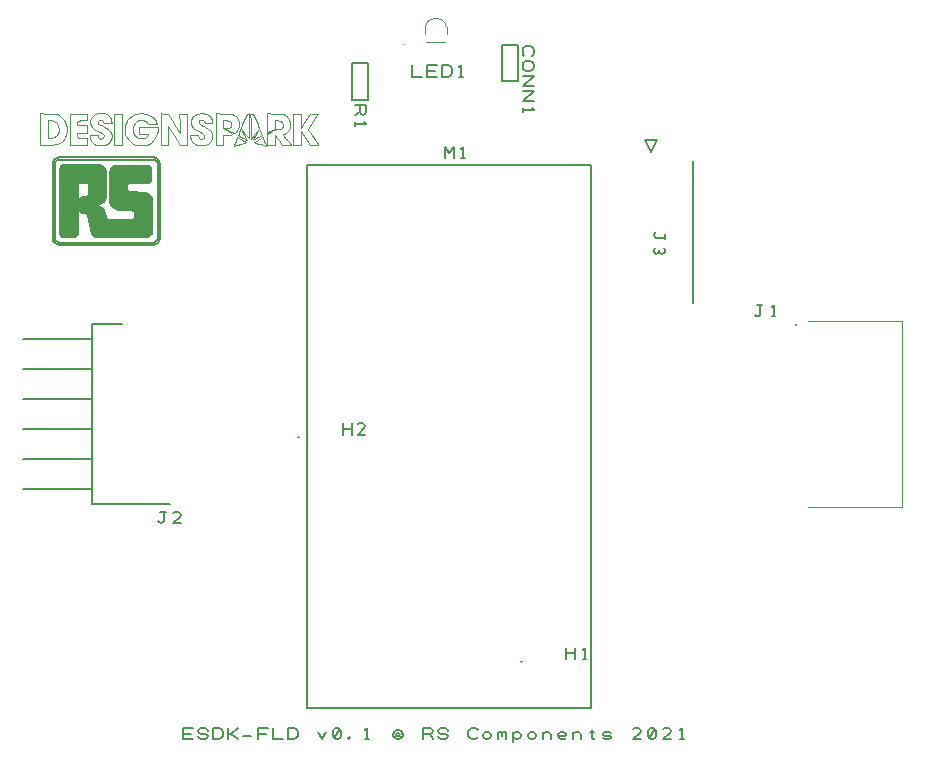
<source format=gbr>
G04 DesignSpark PCB PRO Gerber Version 10.0 Build 5299*
G04 #@! TF.Part,Single*
G04 #@! TF.FileFunction,Legend,Top*
G04 #@! TF.FilePolarity,Positive*
%FSLAX35Y35*%
%MOIN*%
%ADD71C,0.00300*%
%ADD18C,0.00394*%
%ADD17C,0.00500*%
%ADD19C,0.00787*%
%ADD70C,0.00800*%
G04 #@! TD.AperFunction*
X0Y0D02*
D02*
D17*
X16948Y198152D02*
Y219841D01*
X17023Y220384D01*
X17252Y220777D01*
X17643Y221015D01*
X18204Y221096D01*
X29891D01*
X30836Y220913D01*
X31539Y220424D01*
X31976Y219722D01*
X32127Y218900D01*
Y210310D01*
X31975Y209493D01*
X31558Y208834D01*
X30935Y208374D01*
X30166Y208153D01*
X29499Y208006D01*
X29350Y207844D01*
X29303Y207565D01*
X29345Y207346D01*
X29494Y207202D01*
X30244Y207015D01*
X30638Y206918D01*
X30980Y206707D01*
X31421Y206074D01*
X32283Y203760D01*
X32622Y203147D01*
X32984Y202939D01*
X33578Y202858D01*
X40637D01*
X41210Y202937D01*
X41628Y203162D01*
X41884Y203520D01*
X41971Y203996D01*
Y204858D01*
X41907Y205302D01*
X41696Y205667D01*
X41309Y205923D01*
X40716Y206035D01*
X36441Y206231D01*
X35338Y206516D01*
X34441Y207099D01*
X33838Y207924D01*
X33617Y208937D01*
Y218507D01*
X33780Y219559D01*
X34240Y220306D01*
X34957Y220752D01*
X35892Y220900D01*
X45932D01*
X46531Y220820D01*
X46932Y220586D01*
X47157Y220205D01*
X47227Y219684D01*
Y216468D01*
X47150Y215902D01*
X46908Y215497D01*
X46482Y215254D01*
X45854Y215173D01*
X40402D01*
X39871Y215085D01*
X39505Y214850D01*
X39294Y214511D01*
X39226Y214115D01*
Y213016D01*
X39320Y212614D01*
X39598Y212300D01*
X40053Y212090D01*
X40677Y211996D01*
X45187Y211722D01*
X46146Y211454D01*
X46918Y210844D01*
X47432Y210007D01*
X47619Y209055D01*
Y199211D01*
X47563Y198705D01*
X47406Y198274D01*
X46859Y197627D01*
X46113Y197253D01*
X45305Y197132D01*
X29146D01*
X28587Y197171D01*
X28141Y197328D01*
X27806Y197661D01*
X27577Y198230D01*
X26165Y203996D01*
X26009Y204465D01*
X25768Y204809D01*
X25343Y205021D01*
X24636Y205094D01*
X24148Y205161D01*
X23763Y205368D01*
X23511Y205722D01*
X23420Y206231D01*
Y209251D01*
X23495Y209760D01*
X23729Y210114D01*
X24131Y210321D01*
X24714Y210389D01*
X25498D01*
X25978Y210497D01*
X26307Y210785D01*
X26497Y211199D01*
X26557Y211683D01*
Y214154D01*
X26472Y214623D01*
X26229Y214967D01*
X25846Y215180D01*
X25342Y215252D01*
X22675D01*
Y198269D01*
X22556Y197728D01*
X22253Y197377D01*
X21847Y197189D01*
X21420Y197132D01*
X18164D01*
X17627Y197203D01*
X17248Y197407D01*
X17022Y197728D01*
X16948Y198152D01*
G36*
X16948Y198152D02*
Y219841D01*
X17023Y220384D01*
X17252Y220777D01*
X17643Y221015D01*
X18204Y221096D01*
X29891D01*
X30836Y220913D01*
X31539Y220424D01*
X31976Y219722D01*
X32127Y218900D01*
Y210310D01*
X31975Y209493D01*
X31558Y208834D01*
X30935Y208374D01*
X30166Y208153D01*
X29499Y208006D01*
X29350Y207844D01*
X29303Y207565D01*
X29345Y207346D01*
X29494Y207202D01*
X30244Y207015D01*
X30638Y206918D01*
X30980Y206707D01*
X31421Y206074D01*
X32283Y203760D01*
X32622Y203147D01*
X32984Y202939D01*
X33578Y202858D01*
X40637D01*
X41210Y202937D01*
X41628Y203162D01*
X41884Y203520D01*
X41971Y203996D01*
Y204858D01*
X41907Y205302D01*
X41696Y205667D01*
X41309Y205923D01*
X40716Y206035D01*
X36441Y206231D01*
X35338Y206516D01*
X34441Y207099D01*
X33838Y207924D01*
X33617Y208937D01*
Y218507D01*
X33780Y219559D01*
X34240Y220306D01*
X34957Y220752D01*
X35892Y220900D01*
X45932D01*
X46531Y220820D01*
X46932Y220586D01*
X47157Y220205D01*
X47227Y219684D01*
Y216468D01*
X47150Y215902D01*
X46908Y215497D01*
X46482Y215254D01*
X45854Y215173D01*
X40402D01*
X39871Y215085D01*
X39505Y214850D01*
X39294Y214511D01*
X39226Y214115D01*
Y213016D01*
X39320Y212614D01*
X39598Y212300D01*
X40053Y212090D01*
X40677Y211996D01*
X45187Y211722D01*
X46146Y211454D01*
X46918Y210844D01*
X47432Y210007D01*
X47619Y209055D01*
Y199211D01*
X47563Y198705D01*
X47406Y198274D01*
X46859Y197627D01*
X46113Y197253D01*
X45305Y197132D01*
X29146D01*
X28587Y197171D01*
X28141Y197328D01*
X27806Y197661D01*
X27577Y198230D01*
X26165Y203996D01*
X26009Y204465D01*
X25768Y204809D01*
X25343Y205021D01*
X24636Y205094D01*
X24148Y205161D01*
X23763Y205368D01*
X23511Y205722D01*
X23420Y206231D01*
Y209251D01*
X23495Y209760D01*
X23729Y210114D01*
X24131Y210321D01*
X24714Y210389D01*
X25498D01*
X25978Y210497D01*
X26307Y210785D01*
X26497Y211199D01*
X26557Y211683D01*
Y214154D01*
X26472Y214623D01*
X26229Y214967D01*
X25846Y215180D01*
X25342Y215252D01*
X22675D01*
Y198269D01*
X22556Y197728D01*
X22253Y197377D01*
X21847Y197189D01*
X21420Y197132D01*
X18164D01*
X17627Y197203D01*
X17248Y197407D01*
X17022Y197728D01*
X16948Y198152D01*
G37*
X49606Y102350D02*
X49919Y102037D01*
X50544Y101725D01*
X51169Y102037D01*
X51481Y102350D01*
Y105475D01*
X52106D01*
X51481D02*
X50231D01*
X57106Y101725D02*
X54606D01*
X56794Y103913D01*
X57106Y104537D01*
X56794Y105163D01*
X56169Y105475D01*
X55231D01*
X54606Y105163D01*
X99213Y40157D02*
X193701D01*
Y221260D01*
X99213D01*
Y40157D01*
X111024Y131252D02*
Y135002D01*
Y133128D02*
X114149D01*
Y131252D02*
Y135002D01*
X118524Y131252D02*
X116024D01*
X118211Y133440D01*
X118524Y134065D01*
X118211Y134690D01*
X117586Y135002D01*
X116649D01*
X116024Y134690D01*
X115111Y240945D02*
X118861D01*
Y238757D01*
X118548Y238132D01*
X117923Y237820D01*
X117298Y238132D01*
X116986Y238757D01*
Y240945D01*
Y238757D02*
X115111Y237820D01*
Y235320D02*
Y234070D01*
Y234695D02*
X118861D01*
X118236Y235320D01*
X119579Y242669D02*
X114279D01*
Y254969D01*
X119579D01*
Y242669D01*
X134252Y254294D02*
Y250544D01*
X137377D01*
X139252D02*
Y254294D01*
X142377D01*
X141752Y252419D02*
X139252D01*
Y250544D02*
X142377D01*
X144252D02*
Y254294D01*
X146127D01*
X146752Y253981D01*
X147065Y253669D01*
X147377Y253044D01*
Y251794D01*
X147065Y251169D01*
X146752Y250856D01*
X146127Y250544D01*
X144252D01*
X149877D02*
X151127D01*
X150502D02*
Y254294D01*
X149877Y253669D01*
X57913Y29678D02*
Y33428D01*
X61039D01*
X60413Y31553D02*
X57913D01*
Y29678D02*
X61039D01*
X62913Y30615D02*
X63226Y29990D01*
X63851Y29678D01*
X65101D01*
X65726Y29990D01*
X66039Y30615D01*
X65726Y31240D01*
X65101Y31553D01*
X63851D01*
X63226Y31865D01*
X62913Y32490D01*
X63226Y33115D01*
X63851Y33428D01*
X65101D01*
X65726Y33115D01*
X66039Y32490D01*
X67913Y29678D02*
Y33428D01*
X69789D01*
X70413Y33115D01*
X70726Y32803D01*
X71039Y32178D01*
Y30928D01*
X70726Y30303D01*
X70413Y29990D01*
X69789Y29678D01*
X67913D01*
X72913D02*
Y33428D01*
Y31553D02*
X73851D01*
X76039Y33428D01*
X73851Y31553D02*
X76039Y29678D01*
X77913Y30928D02*
X80413D01*
X82913Y29678D02*
Y33428D01*
X86039D01*
X85413Y31553D02*
X82913D01*
X87913Y33428D02*
Y29678D01*
X91039D01*
X92913D02*
Y33428D01*
X94789D01*
X95413Y33115D01*
X95726Y32803D01*
X96039Y32178D01*
Y30928D01*
X95726Y30303D01*
X95413Y29990D01*
X94789Y29678D01*
X92913D01*
X102913Y32178D02*
X104163Y29678D01*
X105413Y32178D01*
X108226Y29990D02*
X108851Y29678D01*
X109476D01*
X110101Y29990D01*
X110413Y30615D01*
Y32490D01*
X110101Y33115D01*
X109476Y33428D01*
X108851D01*
X108226Y33115D01*
X107913Y32490D01*
Y30615D01*
X108226Y29990D01*
X110101Y33115D01*
X113226Y29678D02*
X113539Y29990D01*
X113226Y30303D01*
X112913Y29990D01*
X113226Y29678D01*
X118539D02*
X119789D01*
X119163D02*
Y33428D01*
X118539Y32803D01*
X127913Y30928D02*
Y31240D01*
X128226Y32178D01*
X128539Y32490D01*
X129163Y32803D01*
X129789D01*
X130413Y32490D01*
X130726Y32178D01*
X131039Y31240D01*
Y30928D01*
X130726Y30303D01*
X130413Y29990D01*
X129789Y29678D01*
X129163D01*
X128539Y29990D01*
X128226Y30303D01*
X127913Y30928D01*
X130101D02*
X129476Y30615D01*
X128851Y30928D01*
Y31553D01*
X129476Y31865D01*
X130101Y31553D01*
X137913Y29678D02*
Y33428D01*
X140101D01*
X140726Y33115D01*
X141039Y32490D01*
X140726Y31865D01*
X140101Y31553D01*
X137913D01*
X140101D02*
X141039Y29678D01*
X142913Y30615D02*
X143226Y29990D01*
X143851Y29678D01*
X145101D01*
X145726Y29990D01*
X146039Y30615D01*
X145726Y31240D01*
X145101Y31553D01*
X143851D01*
X143226Y31865D01*
X142913Y32490D01*
X143226Y33115D01*
X143851Y33428D01*
X145101D01*
X145726Y33115D01*
X146039Y32490D01*
X156039Y30303D02*
X155726Y29990D01*
X155101Y29678D01*
X154163D01*
X153539Y29990D01*
X153226Y30303D01*
X152913Y30928D01*
Y32178D01*
X153226Y32803D01*
X153539Y33115D01*
X154163Y33428D01*
X155101D01*
X155726Y33115D01*
X156039Y32803D01*
X157913Y30615D02*
X158226Y29990D01*
X158851Y29678D01*
X159476D01*
X160101Y29990D01*
X160413Y30615D01*
Y31240D01*
X160101Y31865D01*
X159476Y32178D01*
X158851D01*
X158226Y31865D01*
X157913Y31240D01*
Y30615D01*
X162913Y29678D02*
Y32178D01*
Y31865D02*
X163226Y32178D01*
X163851D01*
X164163Y31865D01*
Y30928D01*
Y31865D02*
X164476Y32178D01*
X165101D01*
X165413Y31865D01*
Y29678D01*
X167913Y32178D02*
Y28740D01*
Y30615D02*
X168226Y29990D01*
X168851Y29678D01*
X169476D01*
X170101Y29990D01*
X170413Y30615D01*
Y31240D01*
X170101Y31865D01*
X169476Y32178D01*
X168851D01*
X168226Y31865D01*
X167913Y31240D01*
Y30615D01*
X172913D02*
X173226Y29990D01*
X173851Y29678D01*
X174476D01*
X175101Y29990D01*
X175413Y30615D01*
Y31240D01*
X175101Y31865D01*
X174476Y32178D01*
X173851D01*
X173226Y31865D01*
X172913Y31240D01*
Y30615D01*
X177913Y29678D02*
Y32178D01*
Y31240D02*
X178226Y31865D01*
X178851Y32178D01*
X179476D01*
X180101Y31865D01*
X180413Y31240D01*
Y29678D01*
X185413Y29990D02*
X185101Y29678D01*
X184476D01*
X183851D01*
X183226Y29990D01*
X182913Y30615D01*
Y31553D01*
X183226Y31865D01*
X183851Y32178D01*
X184476D01*
X185101Y31865D01*
X185413Y31553D01*
Y31240D01*
X185101Y30928D01*
X184476Y30615D01*
X183851D01*
X183226Y30928D01*
X182913Y31240D01*
X187913Y29678D02*
Y32178D01*
Y31240D02*
X188226Y31865D01*
X188851Y32178D01*
X189476D01*
X190101Y31865D01*
X190413Y31240D01*
Y29678D01*
X193434Y32178D02*
X194893D01*
X194163Y32803D02*
Y29990D01*
X194476Y29678D01*
X194789D01*
X195101Y29990D01*
X197913D02*
X198539Y29678D01*
X199789D01*
X200413Y29990D01*
Y30615D01*
X199789Y30928D01*
X198539D01*
X197913Y31240D01*
Y31865D01*
X198539Y32178D01*
X199789D01*
X200413Y31865D01*
X210413Y29678D02*
X207913D01*
X210101Y31865D01*
X210413Y32490D01*
X210101Y33115D01*
X209476Y33428D01*
X208539D01*
X207913Y33115D01*
X213226Y29990D02*
X213851Y29678D01*
X214476D01*
X215101Y29990D01*
X215413Y30615D01*
Y32490D01*
X215101Y33115D01*
X214476Y33428D01*
X213851D01*
X213226Y33115D01*
X212913Y32490D01*
Y30615D01*
X213226Y29990D01*
X215101Y33115D01*
X220413Y29678D02*
X217913D01*
X220101Y31865D01*
X220413Y32490D01*
X220101Y33115D01*
X219476Y33428D01*
X218539D01*
X217913Y33115D01*
X223539Y29678D02*
X224789D01*
X224163D02*
Y33428D01*
X223539Y32803D01*
X145000Y223378D02*
Y227128D01*
X146563Y225254D01*
X148125Y227128D01*
Y223378D01*
X150625D02*
X151875D01*
X151250D02*
Y227128D01*
X150625Y226504D01*
X169579Y248968D02*
X164279D01*
Y261268D01*
X169579D01*
Y248968D01*
X171641Y257505D02*
X171329Y257817D01*
X171016Y258443D01*
Y259380D01*
X171329Y260005D01*
X171641Y260317D01*
X172266Y260630D01*
X173516D01*
X174141Y260317D01*
X174454Y260005D01*
X174766Y259380D01*
Y258443D01*
X174454Y257817D01*
X174141Y257505D01*
X172266Y255630D02*
X173516D01*
X174141Y255317D01*
X174454Y255005D01*
X174766Y254380D01*
Y253755D01*
X174454Y253130D01*
X174141Y252817D01*
X173516Y252505D01*
X172266D01*
X171641Y252817D01*
X171329Y253130D01*
X171016Y253755D01*
Y254380D01*
X171329Y255005D01*
X171641Y255317D01*
X172266Y255630D01*
X171016Y250630D02*
X174766D01*
X171016Y247505D01*
X174766D01*
X171016Y245630D02*
X174766D01*
X171016Y242505D01*
X174766D01*
X171016Y240005D02*
Y238755D01*
Y239380D02*
X174766D01*
X174141Y240005D01*
X185433Y56449D02*
Y60199D01*
Y58324D02*
X188558D01*
Y56449D02*
Y60199D01*
X191058Y56449D02*
X192308D01*
X191683D02*
Y60199D01*
X191058Y59574D01*
X211811Y229331D02*
X215748D01*
X213780Y225394D01*
X211811Y229331D01*
X215342Y198819D02*
X215030Y198506D01*
X214717Y197881D01*
X215030Y197256D01*
X215342Y196944D01*
X218467D01*
Y196319D01*
Y196944D02*
Y198194D01*
X215030Y193506D02*
X214717Y192881D01*
Y192256D01*
X215030Y191631D01*
X215655Y191319D01*
X216280Y191631D01*
X216592Y192256D01*
Y192881D01*
Y192256D02*
X216905Y191631D01*
X217530Y191319D01*
X218155Y191631D01*
X218467Y192256D01*
Y192881D01*
X218155Y193506D01*
X227854Y222441D02*
Y175197D01*
X248425Y171248D02*
X248738Y170935D01*
X249363Y170622D01*
X249988Y170935D01*
X250300Y171248D01*
Y174372D01*
X250925D01*
X250300D02*
X249050D01*
X254050Y170622D02*
X255300D01*
X254675D02*
Y174372D01*
X254050Y173748D01*
D02*
D18*
X131689Y261220D02*
G75*
G02*
X131508I-91J0D01*
G01*
X131689D02*
G75*
G02*
X131508I-91J0D01*
G01*
G75*
G02*
X131689I91J0D01*
G01*
X138386Y264665D02*
X138583Y267126D01*
X138976Y262205D02*
X145276D01*
X145669Y267126D02*
X145866Y264665D01*
X145669Y267128D02*
G75*
G03*
X138583Y267127I-3543J-644D01*
G01*
X266043Y169193D02*
X297579D01*
Y107185D01*
X266043D01*
D02*
D19*
X27559Y113189D02*
X4567D01*
X27559Y123189D02*
X4567D01*
X27559Y133189D02*
X4567D01*
X27559Y143189D02*
X4567D01*
X27559Y153189D02*
X4567D01*
X27559Y163189D02*
X4567D01*
X53543Y108189D02*
X27559D01*
Y168189D01*
X37559D01*
X96063Y130315D02*
G75*
G02*
X96457I197J0D01*
G01*
G75*
G03*
X96063I-197J0D01*
G01*
X96457D02*
G75*
G02*
X96063I-197J0D01*
G01*
X96457D02*
X170472Y55512D02*
G75*
G02*
X170866I197J0D01*
G01*
G75*
G03*
X170472I-197J0D01*
G01*
X170866D02*
G75*
G02*
X170472I-197J0D01*
G01*
X170866D02*
X262205Y167913D02*
G75*
G02*
Y167520I0J-197D01*
G01*
Y167913D02*
G75*
G02*
Y167520I0J-197D01*
G01*
G75*
G02*
Y167913I0J197D01*
G01*
D02*
D70*
X47893Y194494D02*
X48768Y194670D01*
X49482Y195152D01*
X49963Y195865D01*
X50140Y196740D01*
Y221370D01*
X49963Y222244D01*
X49482Y222959D01*
X48768Y223440D01*
X47893Y223617D01*
X16674D01*
X15800Y223440D01*
X15085Y222959D01*
X14604Y222244D01*
X14428Y221370D01*
Y196740D01*
X14604Y195865D01*
X15085Y195152D01*
X15800Y194670D01*
X16674Y194494D01*
X47893D01*
X49446Y221371D02*
X49324Y221975D01*
X48992Y222469D01*
X48498Y222802D01*
X47893Y222924D01*
X16674D01*
X16069Y222802D01*
X15576Y222469D01*
X15243Y221975D01*
X15121Y221371D01*
Y196741D01*
X15243Y196136D01*
X15576Y195642D01*
X16069Y195309D01*
X16674Y195187D01*
X47893D01*
X48498Y195309D01*
X48991Y195642D01*
X49324Y196136D01*
X49446Y196741D01*
Y221371D01*
D02*
D71*
X10061Y227865D02*
Y238290D01*
X12714Y238248D01*
X13070Y238242D01*
X14142Y238219D01*
X15027Y238175D01*
X15573Y238100D01*
X15883Y238014D01*
X15985Y237976D01*
X16337Y237846D01*
X17319Y237237D01*
X18287Y236151D01*
X18877Y234739D01*
X19077Y233451D01*
Y232600D01*
X18895Y231337D01*
X18346Y229981D01*
X17419Y228939D01*
X16450Y228332D01*
X16102Y228194D01*
X16001Y228154D01*
X15688Y228056D01*
X15157Y227976D01*
X14265Y227933D01*
X13142Y227909D01*
X12769Y227904D01*
X10061Y227865D01*
X14709Y230299D02*
X14891Y230349D01*
X15408Y230611D01*
X15915Y231118D01*
X16237Y231830D01*
X16369Y232525D01*
X16381Y232758D01*
X16400Y233112D01*
X16266Y234182D01*
X15737Y235185D01*
X14781Y235779D01*
X13739Y235974D01*
X12795D01*
Y230178D01*
X13534Y230179D01*
X13696D01*
X14183Y230215D01*
X14648Y230283D01*
X14709Y230299D01*
X20122Y227882D02*
Y238271D01*
X25918D01*
Y235980D01*
X24306Y235950D01*
X22693Y235919D01*
X22661Y235127D01*
X22628Y234333D01*
X25809D01*
Y231928D01*
X22629D01*
X22661Y231080D01*
X22693Y230233D01*
X24306Y230202D01*
X25918Y230172D01*
Y227882D01*
X20122D01*
X29170Y227775D02*
X28907Y227841D01*
X28165Y228210D01*
X27379Y228912D01*
X26867Y229818D01*
X26684Y230596D01*
Y231272D01*
X28173D01*
X28726Y231267D01*
X29123Y231239D01*
X29298Y231165D01*
X29353Y231062D01*
X29364Y231026D01*
X29407Y230871D01*
X29631Y230338D01*
X29917Y230039D01*
X29993Y230000D01*
X30067Y229961D01*
X30322Y229898D01*
X30637Y229920D01*
X30920Y230043D01*
X31156Y230247D01*
X31321Y230511D01*
X31401Y230813D01*
X31377Y231132D01*
X31278Y231377D01*
X31230Y231447D01*
X31208Y231478D01*
X31067Y231579D01*
X30739Y231771D01*
X30295Y232000D01*
X29911Y232181D01*
X29781Y232237D01*
X29425Y232393D01*
X28389Y232937D01*
X27495Y233632D01*
X27016Y234408D01*
X26875Y235117D01*
Y235571D01*
X26987Y236230D01*
X27333Y236971D01*
X27921Y237589D01*
X28540Y237993D01*
X28761Y238097D01*
X28863Y238145D01*
X29174Y238279D01*
X29526Y238380D01*
X29934Y238425D01*
X30368Y238433D01*
X30651D01*
X31069Y238423D01*
X31472Y238382D01*
X31804Y238297D01*
X32068Y238192D01*
X32153Y238152D01*
X32338Y238065D01*
X32859Y237724D01*
X33400Y237182D01*
X33769Y236529D01*
X33940Y235964D01*
X33966Y235771D01*
X34039Y235208D01*
X31404D01*
X31278Y235593D01*
X31240Y235704D01*
X30966Y236059D01*
X30521Y236193D01*
X30257D01*
X29911Y236044D01*
X29605Y235685D01*
X29519Y235244D01*
X29642Y234921D01*
X29719Y234852D01*
X29745Y234828D01*
X29904Y234732D01*
X30266Y234532D01*
X30754Y234280D01*
X31174Y234073D01*
X31315Y234004D01*
X31663Y233837D01*
X32680Y233268D01*
X33521Y232569D01*
X33946Y231782D01*
X34063Y231030D01*
Y230780D01*
X34062Y230542D01*
X33953Y229831D01*
X33623Y229054D01*
X33063Y228433D01*
X32477Y228050D01*
X32267Y227956D01*
X32126Y227894D01*
X31643Y227797D01*
X30770Y227704D01*
X29872Y227693D01*
X29339Y227732D01*
X29170Y227775D01*
X34777Y227882D02*
Y238271D01*
X37511D01*
Y227882D01*
X34777D01*
X42334Y227836D02*
X42061Y227909D01*
X41274Y228250D01*
X40331Y228880D01*
X39533Y229705D01*
X39036Y230437D01*
X38907Y230697D01*
X38840Y230833D01*
X38649Y231243D01*
X38505Y231660D01*
X38436Y232116D01*
X38408Y232611D01*
X38403Y232775D01*
X38393Y233015D01*
X38414Y233732D01*
X38532Y234545D01*
X38772Y235266D01*
X39041Y235787D01*
X39146Y235950D01*
X39485Y236470D01*
X41002Y237709D01*
X43367Y238443D01*
X45844Y238117D01*
X47593Y237156D01*
X48036Y236699D01*
X48128Y236604D01*
X48370Y236281D01*
X48719Y235738D01*
X48992Y235222D01*
X49103Y234969D01*
Y234863D01*
X48718Y234801D01*
X47904Y234771D01*
X46162D01*
X45874Y235148D01*
X45751Y235309D01*
X45249Y235685D01*
X44428Y236005D01*
X43538Y236080D01*
X42896Y235967D01*
X42706Y235879D01*
X42574Y235820D01*
X42215Y235570D01*
X41768Y235129D01*
X41404Y234606D01*
X41209Y234194D01*
X41167Y234049D01*
X41101Y233823D01*
X41038Y233101D01*
X41166Y232146D01*
X41523Y231284D01*
X41919Y230752D01*
X42084Y230614D01*
X42284Y230448D01*
X43022Y230115D01*
X44065Y230001D01*
X45076Y230261D01*
X45746Y230694D01*
X45915Y230886D01*
X45998Y230981D01*
X46225Y231285D01*
X46195Y231499D01*
X45727Y231585D01*
X44977Y231600D01*
X43198D01*
Y233787D01*
X49431D01*
Y232685D01*
X49137Y231333D01*
X48316Y229771D01*
X47053Y228565D01*
X45859Y227941D01*
X45436Y227830D01*
X45261Y227785D01*
X44724Y227714D01*
X43880Y227677D01*
X43037Y227717D01*
X42505Y227790D01*
X42334Y227836D01*
X50416Y227882D02*
Y238278D01*
X51585Y238246D01*
X52754Y238216D01*
X54697Y235057D01*
X54887Y234750D01*
X55456Y233827D01*
X56090Y232808D01*
X56530Y232108D01*
X56701Y231842D01*
X56711Y231832D01*
X56733Y232063D01*
X56738Y232740D01*
X56728Y233760D01*
X56710Y234703D01*
X56703Y235017D01*
X56623Y238271D01*
X59165D01*
Y227874D01*
X56813Y227936D01*
X54899Y230992D01*
X52985Y234048D01*
X52928Y227882D01*
X50416D01*
X62927Y227769D02*
X62645Y227830D01*
X61835Y228183D01*
X60993Y228875D01*
X60450Y229786D01*
X60258Y230587D01*
Y231272D01*
X62856D01*
X62924Y230844D01*
X62939Y230749D01*
X63057Y230472D01*
X63306Y230154D01*
X63628Y229933D01*
X63889Y229850D01*
X64056D01*
X64295Y229932D01*
X64576Y230094D01*
X64624Y230133D01*
X64691Y230191D01*
X64893Y230446D01*
X64961Y230748D01*
Y230946D01*
X64899Y231236D01*
X64664Y231554D01*
X64180Y231870D01*
X63578Y232159D01*
X63374Y232248D01*
X63055Y232387D01*
X62125Y232860D01*
X61276Y233451D01*
X60751Y234095D01*
X60513Y234664D01*
X60471Y234860D01*
X60433Y235036D01*
X60414Y235583D01*
X60556Y236272D01*
X60891Y236913D01*
X61269Y237362D01*
X61414Y237489D01*
X61672Y237717D01*
X62637Y238187D01*
X64053Y238423D01*
X65442Y238196D01*
X66353Y237734D01*
X66587Y237506D01*
X66729Y237369D01*
X67201Y236718D01*
X67427Y235980D01*
X67446Y235798D01*
X67507Y235208D01*
X65010D01*
X64794Y235673D01*
X64753Y235759D01*
X64549Y236056D01*
X64298Y236214D01*
X64235Y236231D01*
X64118Y236265D01*
X63728Y236229D01*
X63302Y235991D01*
X63047Y235598D01*
X63015Y235238D01*
X63051Y235133D01*
X63068Y235083D01*
X63169Y234946D01*
X63444Y234729D01*
X63954Y234433D01*
X64572Y234110D01*
X64779Y234006D01*
X65152Y233818D01*
X66238Y233181D01*
X67109Y232423D01*
X67510Y231580D01*
X67577Y230773D01*
X67559Y230506D01*
X67552Y230401D01*
X67459Y229867D01*
X67311Y229409D01*
X67278Y229342D01*
X67219Y229228D01*
X66987Y228910D01*
X66586Y228507D01*
X66120Y228169D01*
X65758Y227978D01*
X65631Y227933D01*
X65491Y227884D01*
X65045Y227800D01*
X64292Y227722D01*
X63533Y227708D01*
X63074Y227738D01*
X62927Y227769D01*
X68680Y227882D02*
Y238296D01*
X71222Y238246D01*
X71566Y238240D01*
X72599Y238213D01*
X73448Y238167D01*
X73972Y238087D01*
X74278Y237997D01*
X74377Y237958D01*
X74565Y237886D01*
X75382Y237318D01*
X76010Y236500D01*
X76104Y236302D01*
X76144Y236217D01*
X76250Y235957D01*
X76337Y235632D01*
X76377Y235245D01*
X76387Y234848D01*
Y234716D01*
X76386Y234585D01*
X76374Y234191D01*
X76331Y233802D01*
X76245Y233472D01*
X76140Y233209D01*
X76101Y233124D01*
X76044Y233003D01*
X75830Y232661D01*
X75477Y232202D01*
X75132Y231850D01*
X74946Y231709D01*
X74842D01*
X74713Y231777D01*
X74324Y231958D01*
X73774Y232228D01*
X73285Y232474D01*
X73124Y232556D01*
X71468Y233404D01*
X72383Y233463D01*
X72511Y233472D01*
X72896Y233506D01*
X73210Y233567D01*
X73417Y233680D01*
X73568Y233824D01*
X73613Y233875D01*
X73674Y233944D01*
X73862Y234254D01*
X73928Y234591D01*
Y234849D01*
X73816Y235285D01*
X73465Y235678D01*
X72846Y235902D01*
X72161Y235974D01*
X71932D01*
X71194Y235975D01*
Y233401D01*
X72774Y232419D01*
X72924Y232325D01*
X73380Y232039D01*
X73810Y231753D01*
X74062Y231546D01*
X74131Y231403D01*
X74016Y231311D01*
X73713Y231254D01*
X73219Y231218D01*
X72704Y231196D01*
X72533Y231188D01*
X71194Y231136D01*
Y227882D01*
X68680D01*
X74837Y227800D02*
X74857Y227849D01*
X75065Y228356D01*
X75346Y229051D01*
X75404Y229193D01*
X75462Y229336D01*
X75725Y229955D01*
X75893Y230313D01*
X75904Y230324D01*
X75914Y230337D01*
X76043Y230291D01*
X76366Y230133D01*
X76824Y229875D01*
X77233Y229628D01*
X77369Y229543D01*
X78754Y228668D01*
X78391Y228555D01*
X78272Y228517D01*
X77915Y228406D01*
X77356Y228233D01*
X76756Y228048D01*
X76161Y227868D01*
X75618Y227704D01*
X75169Y227569D01*
X74862Y227478D01*
X74769Y227444D01*
X74739D01*
X74748Y227548D01*
X74817Y227752D01*
X74837Y227800D01*
X77619Y230239D02*
X77483Y230308D01*
X77078Y230525D01*
X76633Y230780D01*
X76335Y230976D01*
X76224Y231058D01*
Y231168D01*
X76336Y231415D01*
X76640Y232210D01*
X77089Y233352D01*
X77500Y234380D01*
X77639Y234720D01*
X79053Y238216D01*
X79511Y238250D01*
X79968Y238284D01*
X79889Y234532D01*
X79880Y234161D01*
X79852Y233043D01*
X79812Y231762D01*
X79772Y230826D01*
X79749Y230427D01*
X79739Y230370D01*
X79670Y229961D01*
X78578Y231336D01*
X78470Y231471D01*
X78146Y231875D01*
X77776Y232327D01*
X77508Y232643D01*
X77396Y232768D01*
X77382Y232776D01*
X77430Y232600D01*
X77636Y232188D01*
X77694Y232083D01*
X77844Y231811D01*
X78294Y230989D01*
X78727Y230185D01*
X78982Y229693D01*
X79052Y229528D01*
X79046Y229529D01*
X78926Y229586D01*
X78615Y229739D01*
X78163Y229965D01*
X77755Y230170D01*
X77619Y230239D01*
X81707Y230479D02*
X81772Y230596D01*
X82155Y231287D01*
X82522Y231940D01*
X82578Y232037D01*
X82633Y232135D01*
X82850Y232553D01*
X82944Y232788D01*
X82933Y232800D01*
X82863D01*
X82859Y232794D01*
X82854Y232788D01*
X82753Y232662D01*
X82494Y232337D01*
X82120Y231869D01*
X81783Y231444D01*
X81670Y231304D01*
X80518Y229861D01*
X80448Y233054D01*
X80440Y233384D01*
X80415Y234374D01*
X80377Y235607D01*
X80342Y236615D01*
X80319Y237120D01*
X80311Y237259D01*
X80245Y238271D01*
X81208D01*
X82668Y234658D01*
X82809Y234308D01*
X83230Y233253D01*
X83685Y232095D01*
X83987Y231307D01*
X84091Y231012D01*
X84086Y231007D01*
X84067Y230990D01*
X83947Y230928D01*
X83628Y230762D01*
X83189Y230541D01*
X82691Y230293D01*
X82193Y230049D01*
X81756Y229836D01*
X81439Y229688D01*
X81337Y229631D01*
X81304D01*
X81396Y229881D01*
X81643Y230363D01*
X81707Y230479D01*
X83520Y228042D02*
X83341Y228099D01*
X82802Y228270D01*
X82209Y228464D01*
X81800Y228603D01*
X81645Y228659D01*
X81639Y228665D01*
X81729Y228749D01*
X82009Y228946D01*
X82435Y229229D01*
X82830Y229481D01*
X82963Y229564D01*
X83095Y229647D01*
X83495Y229894D01*
X83939Y230159D01*
X84244Y230330D01*
X84361Y230387D01*
X84367Y230381D01*
X84384Y230363D01*
X84435Y230242D01*
X84575Y229920D01*
X84761Y229474D01*
X84969Y228968D01*
X85173Y228461D01*
X85349Y228012D01*
X85474Y227685D01*
X85520Y227575D01*
Y227522D01*
X85496Y227472D01*
X85290Y227499D01*
X84698Y227672D01*
X83814Y227950D01*
X83520Y228042D01*
X85849Y227882D02*
Y231365D01*
X87199Y232193D01*
X87390Y232312D01*
X87971Y232659D01*
X88455Y232907D01*
X88817Y233004D01*
X89124Y233021D01*
X89372D01*
X89814Y233068D01*
X90227Y233158D01*
X90279Y233179D01*
X90406Y233232D01*
X90737Y233521D01*
X91017Y234033D01*
X91090Y234630D01*
X90995Y235090D01*
X90926Y235222D01*
X90865Y235341D01*
X90264Y235773D01*
X89330Y235972D01*
X89102D01*
X88365Y235974D01*
Y233132D01*
X87163Y232530D01*
X87046Y232471D01*
X86692Y232297D01*
X86298Y232105D01*
X86022Y231976D01*
X85935Y231928D01*
X85899D01*
X85883Y232180D01*
X85865Y232863D01*
X85854Y233875D01*
X85849Y234802D01*
Y238294D01*
X88337Y238244D01*
X88757Y238237D01*
X90021Y238188D01*
X91098Y238070D01*
X91800Y237848D01*
X92227Y237582D01*
X92355Y237477D01*
X92615Y237263D01*
X93200Y236384D01*
X93569Y235026D01*
X93439Y233620D01*
X93015Y232646D01*
X92796Y232387D01*
X92726Y232304D01*
X92472Y232094D01*
X92033Y231804D01*
X91593Y231580D01*
X91347Y231491D01*
X91223D01*
X91098Y231405D01*
Y231333D01*
X91201Y231203D01*
X91484Y230817D01*
X91900Y230274D01*
X92282Y229791D01*
X92411Y229631D01*
X92538Y229473D01*
X92920Y228994D01*
X93337Y228462D01*
X93619Y228092D01*
X93722Y227979D01*
Y227931D01*
X93295Y227899D01*
X92526Y227882D01*
X90817D01*
X89693Y229465D01*
X89582Y229620D01*
X89248Y230085D01*
X88868Y230602D01*
X88594Y230963D01*
X88481Y231103D01*
X88467Y231111D01*
X88392Y230708D01*
X88365Y229823D01*
Y227882D01*
X85849D01*
X94488Y227881D02*
Y238271D01*
X97109D01*
X97138Y235906D01*
X97168Y233540D01*
X98644Y235902D01*
X100121Y238266D01*
X101460Y238268D01*
X101644Y238269D01*
X102406Y238254D01*
X102800Y238225D01*
Y238160D01*
X102667Y237993D01*
X102304Y237432D01*
X101767Y236615D01*
X101275Y235874D01*
X101111Y235627D01*
X99421Y233093D01*
X99617Y232811D01*
X99643Y232773D01*
X99813Y232530D01*
X100204Y231970D01*
X100733Y231214D01*
X101190Y230560D01*
X101342Y230343D01*
X101492Y230128D01*
X101943Y229483D01*
X102446Y228757D01*
X102800Y228245D01*
X102940Y228038D01*
X102952Y228019D01*
X102956Y228010D01*
X102920Y227952D01*
X102701Y227911D01*
X102250Y227888D01*
X101704Y227882D01*
X100011D01*
X97168Y232408D01*
X97138Y230145D01*
X97109Y227881D01*
X94488D01*
X0Y0D02*
M02*

</source>
